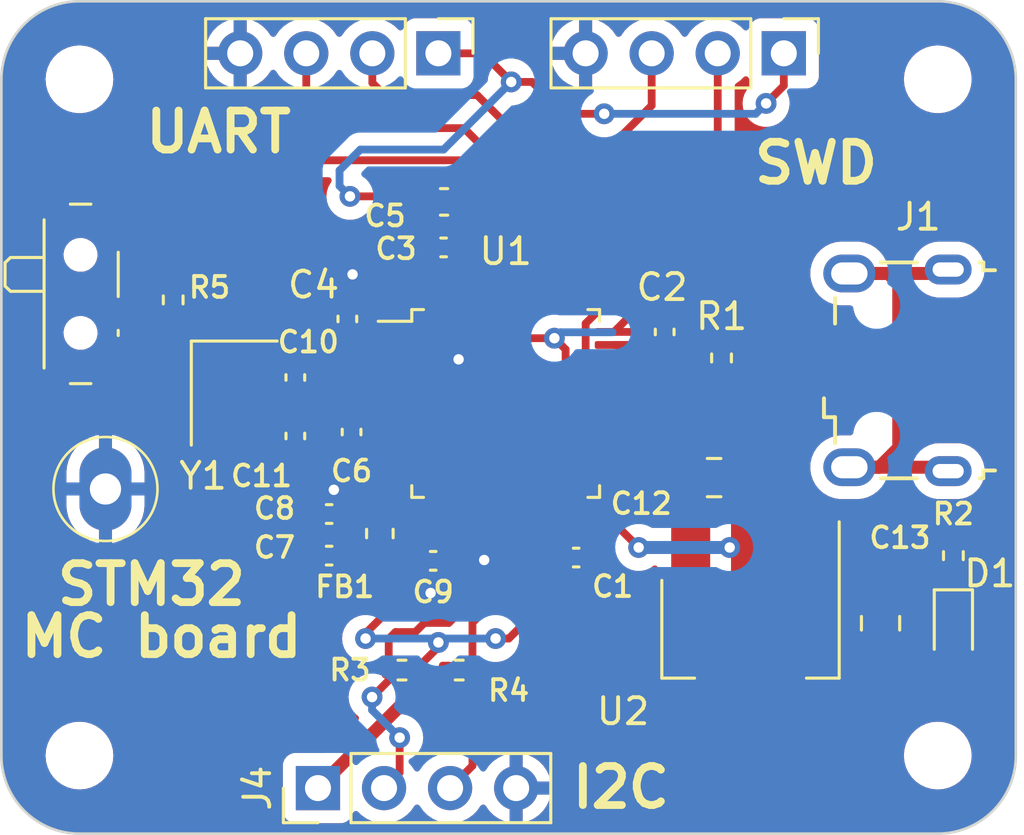
<source format=kicad_pcb>
(kicad_pcb (version 20221018) (generator pcbnew)
  (layers (0 "F.Cu" signal) (31 "B.Cu" signal) (34 "B.Paste" user) (35 "F.Paste" user) (36 "B.SilkS" user "B.Silkscreen") (37 "F.SilkS" user "F.Silkscreen") (38 "B.Mask" user) (39 "F.Mask" user) (44 "Edge.Cuts" user))
  (net 0 "")
  (net 1 "+3.3V")
  (net 2 "GND")
  (net 3 "+3.3VA")
  (net 4 "/NRST")
  (net 5 "Net-(U1-PD0)")
  (net 6 "Net-(U1-PD1)")
  (net 7 "VBUS")
  (net 8 "Net-(D1-K)")
  (net 9 "/USB_D-")
  (net 10 "/USB_D+")
  (net 12 "unconnected-(J1-Shield-Pad6)")
  (net 13 "/SWDIO")
  (net 14 "/SWCLK")
  (net 15 "/USART1_TX")
  (net 16 "/USART1_RX")
  (net 17 "/I2C2_SCL")
  (net 18 "/I2C2_SDA")
  (net 19 "Net-(SW1-B)")
  (net 20 "/BOOT0")
  (footprint "Resistor_SMD:R_0402_1005Metric" (layer "F.Cu") (at 163.6 103.8125 90)
    (fp_text reference "R2" (at 1.6 0 180) (layer "F.SilkS") (effects (font (size 0.8 0.8))))
    (fp_text value "1k5" hide)
    (fp_line (start -0.153641 -0.38) (end 0.153641 -0.38) (stroke (width 0.12)) (layer "F.SilkS"))
    (fp_line (start -0.153641 0.38) (end 0.153641 0.38) (stroke (width 0.12)) (layer "F.SilkS"))
    (pad "1" smd roundrect (at -0.51 0 90) (size 0.54 0.64) (layers "F.Cu" "F.Paste" "F.Mask") (net 8 "Net-(D1-K)"))
    (pad "2" smd roundrect (at 0.51 0 90) (size 0.54 0.64) (layers "F.Cu" "F.Paste" "F.Mask") (net 2 "GND"))
  )
  (footprint "Capacitor_SMD:C_0402_1005Metric" (layer "F.Cu") (at 138.3 96.9625 90)
    (fp_text reference "C10" (at 1.3625 0.5 180) (layer "F.SilkS") (effects (font (size 0.8 0.8))))
    (fp_text value "10pF" hide)
    (fp_line (start -0.107836 -0.36) (end 0.107836 -0.36) (stroke (width 0.12)) (layer "F.SilkS"))
    (fp_line (start -0.107836 0.36) (end 0.107836 0.36) (stroke (width 0.12)) (layer "F.SilkS"))
    (pad "1" smd roundrect (at -0.48 0 90) (size 0.56 0.62) (layers "F.Cu" "F.Paste" "F.Mask") (net 5 "Net-(U1-PD0)"))
    (pad "2" smd roundrect (at 0.48 0 90) (size 0.56 0.62) (layers "F.Cu" "F.Paste" "F.Mask") (net 2 "GND"))
  )
  (footprint "Connector_PinHeader_2.54mm:PinHeader_1x04_P2.54mm_Vertical" (layer "F.Cu") (at 139.17 112.75 90)
    (fp_text reference "J4" (at 0 -2.33 90) (layer "F.SilkS"))
    (fp_text value "Conn_01x04_Pin" hide)
    (fp_line (start -1.33 -1.33) (end 0 -1.33) (stroke (width 0.12)) (layer "F.SilkS"))
    (fp_line (start -1.33 0) (end -1.33 -1.33) (stroke (width 0.12)) (layer "F.SilkS"))
    (fp_line (start -1.33 1.27) (end -1.33 8.95) (stroke (width 0.12)) (layer "F.SilkS"))
    (fp_line (start -1.33 1.27) (end 1.33 1.27) (stroke (width 0.12)) (layer "F.SilkS"))
    (fp_line (start -1.33 8.95) (end 1.33 8.95) (stroke (width 0.12)) (layer "F.SilkS"))
    (fp_line (start 1.33 1.27) (end 1.33 8.95) (stroke (width 0.12)) (layer "F.SilkS"))
    (pad "1" thru_hole rect (at 0 0 90) (size 1.7 1.7) (drill 1) (layers "*.Cu" "*.Mask") (net 1 "+3.3V"))
    (pad "2" thru_hole oval (at 0 2.54 90) (size 1.7 1.7) (drill 1) (layers "*.Cu" "*.Mask") (net 17 "/I2C2_SCL"))
    (pad "3" thru_hole oval (at 0 5.08 90) (size 1.7 1.7) (drill 1) (layers "*.Cu" "*.Mask") (net 18 "/I2C2_SDA"))
    (pad "4" thru_hole oval (at 0 7.62 90) (size 1.7 1.7) (drill 1) (layers "*.Cu" "*.Mask") (net 2 "GND"))
  )
  (footprint "soldernail-RTML:Soldernail" (layer "F.Cu") (at 131 101.25)
    (fp_text reference "U3" hide)
    (fp_text value "~" hide)
    (fp_circle (center 0 0) (end 2 0) (stroke (width 0.1)) (fill none) (layer "F.SilkS"))
    (pad "1" thru_hole oval (at 0 0) (size 2 3.2) (drill 1.2) (layers "*.Cu" "*.Mask") (net 2 "GND"))
  )
  (footprint "LED_SMD:LED_0603_1608Metric" (layer "F.Cu") (at 163.6 106.6125 -90)
    (fp_text reference "D1" (at -2.1125 -1.4 -180) (layer "F.SilkS"))
    (fp_text value "LED_RED" hide)
    (fp_line (start -1.485 -0.735) (end -1.485 0.735) (stroke (width 0.12)) (layer "F.SilkS"))
    (fp_line (start -1.485 0.735) (end 0.8 0.735) (stroke (width 0.12)) (layer "F.SilkS"))
    (fp_line (start 0.8 -0.735) (end -1.485 -0.735) (stroke (width 0.12)) (layer "F.SilkS"))
    (pad "1" smd roundrect (at -0.7875 0 270) (size 0.875 0.95) (layers "F.Cu" "F.Paste" "F.Mask") (net 8 "Net-(D1-K)"))
    (pad "2" smd roundrect (at 0.7875 0 270) (size 0.875 0.95) (layers "F.Cu" "F.Paste" "F.Mask") (net 1 "+3.3V"))
  )
  (footprint "Capacitor_SMD:C_0402_1005Metric" (layer "F.Cu") (at 140.462 99.06 90)
    (fp_text reference "C6" (at -1.5 0 180) (layer "F.SilkS") (effects (font (size 0.8 0.8))))
    (fp_text value "10n" hide)
    (fp_line (start -0.107836 -0.36) (end 0.107836 -0.36) (stroke (width 0.12)) (layer "F.SilkS"))
    (fp_line (start -0.107836 0.36) (end 0.107836 0.36) (stroke (width 0.12)) (layer "F.SilkS"))
    (pad "1" smd roundrect (at -0.48 0 90) (size 0.56 0.62) (layers "F.Cu" "F.Paste" "F.Mask") (net 3 "+3.3VA"))
    (pad "2" smd roundrect (at 0.48 0 90) (size 0.56 0.62) (layers "F.Cu" "F.Paste" "F.Mask") (net 2 "GND"))
  )
  (footprint "Crystal:Crystal_SMD_3225-4Pin_3.2x2.5mm" (layer "F.Cu") (at 135.95 97.5625 -90)
    (fp_text reference "Y1" (at 3.1875 1.2 -180) (layer "F.SilkS"))
    (fp_text value "16MHz" hide)
    (fp_line (start -2 -1.65) (end -2 1.65) (stroke (width 0.12)) (layer "F.SilkS"))
    (fp_line (start -2 1.65) (end 2 1.65) (stroke (width 0.12)) (layer "F.SilkS"))
    (pad "1" smd rect (at -1.1 0.85 270) (size 1.4 1.2) (layers "F.Cu" "F.Paste" "F.Mask") (net 5 "Net-(U1-PD0)"))
    (pad "2" smd rect (at 1.1 0.85 270) (size 1.4 1.2) (layers "F.Cu" "F.Paste" "F.Mask") (net 2 "GND"))
    (pad "3" smd rect (at 1.1 -0.85 270) (size 1.4 1.2) (layers "F.Cu" "F.Paste" "F.Mask") (net 6 "Net-(U1-PD1)"))
    (pad "4" smd rect (at -1.1 -0.85 270) (size 1.4 1.2) (layers "F.Cu" "F.Paste" "F.Mask") (net 2 "GND"))
  )
  (footprint "Resistor_SMD:R_0402_1005Metric" (layer "F.Cu") (at 144.6 108.2125)
    (fp_text reference "R4" (at 1.9 0.7875) (layer "F.SilkS") (effects (font (size 0.8 0.8))))
    (fp_text value "1k5" hide)
    (fp_line (start -0.153641 -0.38) (end 0.153641 -0.38) (stroke (width 0.12)) (layer "F.SilkS"))
    (fp_line (start -0.153641 0.38) (end 0.153641 0.38) (stroke (width 0.12)) (layer "F.SilkS"))
    (pad "1" smd roundrect (at -0.51 0) (size 0.54 0.64) (layers "F.Cu" "F.Paste" "F.Mask") (net 1 "+3.3V"))
    (pad "2" smd roundrect (at 0.51 0) (size 0.54 0.64) (layers "F.Cu" "F.Paste" "F.Mask") (net 18 "/I2C2_SDA"))
  )
  (footprint "Capacitor_SMD:C_0402_1005Metric" (layer "F.Cu") (at 149.098 103.886 180)
    (fp_text reference "C1" (at -1.402 -1.114) (layer "F.SilkS") (effects (font (size 0.8 0.8))))
    (fp_text value "100nF" hide)
    (fp_line (start -0.107836 -0.36) (end 0.107836 -0.36) (stroke (width 0.12)) (layer "F.SilkS"))
    (fp_line (start -0.107836 0.36) (end 0.107836 0.36) (stroke (width 0.12)) (layer "F.SilkS"))
    (pad "1" smd roundrect (at -0.48 0 180) (size 0.56 0.62) (layers "F.Cu" "F.Paste" "F.Mask") (net 1 "+3.3V"))
    (pad "2" smd roundrect (at 0.48 0 180) (size 0.56 0.62) (layers "F.Cu" "F.Paste" "F.Mask") (net 2 "GND"))
  )
  (footprint "Capacitor_SMD:C_0402_1005Metric" (layer "F.Cu") (at 139.6 103.8125 180)
    (fp_text reference "C7" (at 2.1 0.3125) (layer "F.SilkS") (effects (font (size 0.8 0.8))))
    (fp_text value "1uF" hide)
    (fp_line (start -0.107836 -0.36) (end 0.107836 -0.36) (stroke (width 0.12)) (layer "F.SilkS"))
    (fp_line (start -0.107836 0.36) (end 0.107836 0.36) (stroke (width 0.12)) (layer "F.SilkS"))
    (pad "1" smd roundrect (at -0.48 0 180) (size 0.56 0.62) (layers "F.Cu" "F.Paste" "F.Mask") (net 3 "+3.3VA"))
    (pad "2" smd roundrect (at 0.48 0 180) (size 0.56 0.62) (layers "F.Cu" "F.Paste" "F.Mask") (net 2 "GND"))
  )
  (footprint "Resistor_SMD:R_0402_1005Metric" (layer "F.Cu") (at 133.604 93.98 90)
    (fp_text reference "R5" (at 0.48 1.396 180) (layer "F.SilkS") (effects (font (size 0.8 0.8))))
    (fp_text value "10k" hide)
    (fp_line (start -0.153641 -0.38) (end 0.153641 -0.38) (stroke (width 0.12)) (layer "F.SilkS"))
    (fp_line (start -0.153641 0.38) (end 0.153641 0.38) (stroke (width 0.12)) (layer "F.SilkS"))
    (pad "1" smd roundrect (at -0.51 0 90) (size 0.54 0.64) (layers "F.Cu" "F.Paste" "F.Mask") (net 19 "Net-(SW1-B)"))
    (pad "2" smd roundrect (at 0.51 0 90) (size 0.54 0.64) (layers "F.Cu" "F.Paste" "F.Mask") (net 20 "/BOOT0"))
  )
  (footprint "MountingHole:MountingHole_2.2mm_M2" (layer "F.Cu") (at 163 111.5)
    (fp_text reference "REF**" hide)
    (fp_text value "MountingHole_2.2mm_M2" hide)
    (pad "" np_thru_hole circle (at 0 0) (size 2.2 2.2) (drill 2.2) (layers "*.Cu" "*.Mask"))
  )
  (footprint "MountingHole:MountingHole_2.2mm_M2" (layer "F.Cu") (at 130 111.5)
    (fp_text reference "REF**" hide)
    (fp_text value "MountingHole_2.2mm_M2" hide)
    (pad "" np_thru_hole circle (at 0 0) (size 2.2 2.2) (drill 2.2) (layers "*.Cu" "*.Mask"))
  )
  (footprint "Button_Switch_SMD:SW_SPDT_PCM12" (layer "F.Cu") (at 130.37 93.75 -90)
    (fp_text reference "SW1" hide)
    (fp_text value "SW_SPDT" hide)
    (fp_line (start -3.45 -0.07) (end -3.45 0.72) (stroke (width 0.12)) (layer "F.SilkS"))
    (fp_line (start -2.85 1.73) (end 2.85 1.73) (stroke (width 0.12)) (layer "F.SilkS"))
    (fp_line (start -1.6 -1.12) (end 0.1 -1.12) (stroke (width 0.12)) (layer "F.SilkS"))
    (fp_line (start -1.4 1.73) (end -1.4 3.02) (stroke (width 0.12)) (layer "F.SilkS"))
    (fp_line (start -1.4 3.02) (end -1.2 3.23) (stroke (width 0.12)) (layer "F.SilkS"))
    (fp_line (start -1.2 3.23) (end -0.3 3.23) (stroke (width 0.12)) (layer "F.SilkS"))
    (fp_line (start -0.1 3.02) (end -0.3 3.23) (stroke (width 0.12)) (layer "F.SilkS"))
    (fp_line (start -0.1 3.02) (end -0.1 1.73) (stroke (width 0.12)) (layer "F.SilkS"))
    (fp_line (start 1.4 -1.12) (end 1.6 -1.12) (stroke (width 0.12)) (layer "F.SilkS"))
    (fp_line (start 3.45 0.72) (end 3.45 -0.07) (stroke (width 0.12)) (layer "F.SilkS"))
    (pad "" smd rect (at -3.65 -0.78 270) (size 1 0.8) (layers "F.Cu" "F.Paste" "F.Mask"))
    (pad "" smd rect (at -3.65 1.43 270) (size 1 0.8) (layers "F.Cu" "F.Paste" "F.Mask"))
    (pad "" np_thru_hole circle (at -1.5 0.33 270) (size 0.9 0.9) (drill 0.9) (layers "*.Cu" "*.Mask"))
    (pad "" np_thru_hole circle (at 1.5 0.33 270) (size 0.9 0.9) (drill 0.9) (layers "*.Cu" "*.Mask"))
    (pad "" smd rect (at 3.65 -0.78 270) (size 1 0.8) (layers "F.Cu" "F.Paste" "F.Mask"))
    (pad "" smd rect (at 3.65 1.43 270) (size 1 0.8) (layers "F.Cu" "F.Paste" "F.Mask"))
    (pad "1" smd rect (at -2.25 -1.43 270) (size 0.7 1.5) (layers "F.Cu" "F.Paste" "F.Mask") (net 2 "GND"))
    (pad "2" smd rect (at 0.75 -1.43 270) (size 0.7 1.5) (layers "F.Cu" "F.Paste" "F.Mask") (net 19 "Net-(SW1-B)"))
    (pad "3" smd rect (at 2.25 -1.43 270) (size 0.7 1.5) (layers "F.Cu" "F.Paste" "F.Mask") (net 1 "+3.3V"))
  )
  (footprint "Capacitor_SMD:C_0402_1005Metric" (layer "F.Cu") (at 152.5 95.2125 -90)
    (fp_text reference "C2" (at -1.72 0.1 -180) (layer "F.SilkS"))
    (fp_text value "100nF" hide)
    (fp_line (start -0.107836 -0.36) (end 0.107836 -0.36) (stroke (width 0.12)) (layer "F.SilkS"))
    (fp_line (start -0.107836 0.36) (end 0.107836 0.36) (stroke (width 0.12)) (layer "F.SilkS"))
    (pad "1" smd roundrect (at -0.48 0 270) (size 0.56 0.62) (layers "F.Cu" "F.Paste" "F.Mask") (net 1 "+3.3V"))
    (pad "2" smd roundrect (at 0.48 0 270) (size 0.56 0.62) (layers "F.Cu" "F.Paste" "F.Mask") (net 2 "GND"))
  )
  (footprint "Capacitor_SMD:C_0603_1608Metric" (layer "F.Cu") (at 144.018 90.2125)
    (fp_text reference "C5" (at -2.268 0.5375) (layer "F.SilkS") (effects (font (size 0.8 0.8))))
    (fp_text value "10uF" hide)
    (fp_line (start -0.14058 -0.51) (end 0.14058 -0.51) (stroke (width 0.12)) (layer "F.SilkS"))
    (fp_line (start -0.14058 0.51) (end 0.14058 0.51) (stroke (width 0.12)) (layer "F.SilkS"))
    (pad "1" smd roundrect (at -0.775 0) (size 0.9 0.95) (layers "F.Cu" "F.Paste" "F.Mask") (net 1 "+3.3V"))
    (pad "2" smd roundrect (at 0.775 0) (size 0.9 0.95) (layers "F.Cu" "F.Paste" "F.Mask") (net 2 "GND"))
  )
  (footprint "Package_QFP:LQFP-48_7x7mm_P0.5mm" (layer "F.Cu") (at 146.3875 97.9625)
    (fp_text reference "U1" (at 0 -5.85) (layer "F.SilkS"))
    (fp_text value "STM32F103C8T6" hide)
    (fp_line (start -3.61 -3.61) (end -3.61 -3.16) (stroke (width 0.12)) (layer "F.SilkS"))
    (fp_line (start -3.61 -3.16) (end -4.9 -3.16) (stroke (width 0.12)) (layer "F.SilkS"))
    (fp_line (start -3.61 3.61) (end -3.61 3.16) (stroke (width 0.12)) (layer "F.SilkS"))
    (fp_line (start -3.16 -3.61) (end -3.61 -3.61) (stroke (width 0.12)) (layer "F.SilkS"))
    (fp_line (start -3.16 3.61) (end -3.61 3.61) (stroke (width 0.12)) (layer "F.SilkS"))
    (fp_line (start 3.16 -3.61) (end 3.61 -3.61) (stroke (width 0.12)) (layer "F.SilkS"))
    (fp_line (start 3.16 3.61) (end 3.61 3.61) (stroke (width 0.12)) (layer "F.SilkS"))
    (fp_line (start 3.61 -3.61) (end 3.61 -3.16) (stroke (width 0.12)) (layer "F.SilkS"))
    (fp_line (start 3.61 3.61) (end 3.61 3.16) (stroke (width 0.12)) (layer "F.SilkS"))
    (pad "1" smd roundrect (at -4.1625 -2.75) (size 1.475 0.3) (layers "F.Cu" "F.Paste" "F.Mask") (net 1 "+3.3V"))
    (pad "2" smd roundrect (at -4.1625 -2.25) (size 1.475 0.3) (layers "F.Cu" "F.Paste" "F.Mask"))
    (pad "3" smd roundrect (at -4.1625 -1.75) (size 1.475 0.3) (layers "F.Cu" "F.Paste" "F.Mask"))
    (pad "4" smd roundrect (at -4.1625 -1.25) (size 1.475 0.3) (layers "F.Cu" "F.Paste" "F.Mask"))
    (pad "5" smd roundrect (at -4.1625 -0.75) (size 1.475 0.3) (layers "F.Cu" "F.Paste" "F.Mask") (net 5 "Net-(U1-PD0)"))
    (pad "6" smd roundrect (at -4.1625 -0.25) (size 1.475 0.3) (layers "F.Cu" "F.Paste" "F.Mask") (net 6 "Net-(U1-PD1)"))
    (pad "7" smd roundrect (at -4.1625 0.25) (size 1.475 0.3) (layers "F.Cu" "F.Paste" "F.Mask") (net 4 "/NRST"))
    (pad "8" smd roundrect (at -4.1625 0.75) (size 1.475 0.3) (layers "F.Cu" "F.Paste" "F.Mask") (net 2 "GND"))
    (pad "9" smd roundrect (at -4.1625 1.25) (size 1.475 0.3) (layers "F.Cu" "F.Paste" "F.Mask") (net 3 "+3.3VA"))
    (pad "10" smd roundrect (at -4.1625 1.75) (size 1.475 0.3) (layers "F.Cu" "F.Paste" "F.Mask"))
    (pad "11" smd roundrect (at -4.1625 2.25) (size 1.475 0.3) (layers "F.Cu" "F.Paste" "F.Mask"))
    (pad "12" smd roundrect (at -4.1625 2.75) (size 1.475 0.3) (layers "F.Cu" "F.Paste" "F.Mask"))
    (pad "13" smd roundrect (at -2.75 4.1625) (size 0.3 1.475) (layers "F.Cu" "F.Paste" "F.Mask"))
    (pad "14" smd roundrect (at -2.25 4.1625) (size 0.3 1.475) (layers "F.Cu" "F.Paste" "F.Mask"))
    (pad "15" smd roundrect (at -1.75 4.1625) (size 0.3 1.475) (layers "F.Cu" "F.Paste" "F.Mask"))
    (pad "16" smd roundrect (at -1.25 4.1625) (size 0.3 1.475) (layers "F.Cu" "F.Paste" "F.Mask"))
    (pad "17" smd roundrect (at -0.75 4.1625) (size 0.3 1.475) (layers "F.Cu" "F.Paste" "F.Mask"))
    (pad "18" smd roundrect (at -0.25 4.1625) (size 0.3 1.475) (layers "F.Cu" "F.Paste" "F.Mask"))
    (pad "19" smd roundrect (at 0.25 4.1625) (size 0.3 1.475) (layers "F.Cu" "F.Paste" "F.Mask"))
    (pad "20" smd roundrect (at 0.75 4.1625) (size 0.3 1.475) (layers "F.Cu" "F.Paste" "F.Mask"))
    (pad "21" smd roundrect (at 1.25 4.1625) (size 0.3 1.475) (layers "F.Cu" "F.Paste" "F.Mask") (net 17 "/I2C2_SCL"))
    (pad "22" smd roundrect (at 1.75 4.1625) (size 0.3 1.475) (layers "F.Cu" "F.Paste" "F.Mask") (net 18 "/I2C2_SDA"))
    (pad "23" smd roundrect (at 2.25 4.1625) (size 0.3 1.475) (layers "F.Cu" "F.Paste" "F.Mask") (net 2 "GND"))
    (pad "24" smd roundrect (at 2.75 4.1625) (size 0.3 1.475) (layers "F.Cu" "F.Paste" "F.Mask") (net 1 "+3.3V"))
    (pad "25" smd roundrect (at 4.1625 2.75) (size 1.475 0.3) (layers "F.Cu" "F.Paste" "F.Mask"))
    (pad "26" smd roundrect (at 4.1625 2.25) (size 1.475 0.3) (layers "F.Cu" "F.Paste" "F.Mask"))
    (pad "27" smd roundrect (at 4.1625 1.75) (size 1.475 0.3) (layers "F.Cu" "F.Paste" "F.Mask"))
    (pad "28" smd roundrect (at 4.1625 1.25) (size 1.475 0.3) (layers "F.Cu" "F.Paste" "F.Mask"))
    (pad "29" smd roundrect (at 4.1625 0.75) (size 1.475 0.3) (layers "F.Cu" "F.Paste" "F.Mask"))
    (pad "30" smd roundrect (at 4.1625 0.25) (size 1.475 0.3) (layers "F.Cu" "F.Paste" "F.Mask"))
    (pad "31" smd roundrect (at 4.1625 -0.25) (size 1.475 0.3) (layers "F.Cu" "F.Paste" "F.Mask"))
    (pad "32" smd roundrect (at 4.1625 -0.75) (size 1.475 0.3) (layers "F.Cu" "F.Paste" "F.Mask") (net 9 "/USB_D-"))
    (pad "33" smd roundrect (at 4.1625 -1.25) (size 1.475 0.3) (layers "F.Cu" "F.Paste" "F.Mask") (net 10 "/USB_D+"))
    (pad "34" smd roundrect (at 4.1625 -1.75) (size 1.475 0.3) (layers "F.Cu" "F.Paste" "F.Mask") (net 13 "/SWDIO"))
    (pad "35" smd roundrect (at 4.1625 -2.25) (size 1.475 0.3) (layers "F.Cu" "F.Paste" "F.Mask") (net 2 "GND"))
    (pad "36" smd roundrect (at 4.1625 -2.75) (size 1.475 0.3) (layers "F.Cu" "F.Paste" "F.Mask") (net 1 "+3.3V"))
    (pad "37" smd roundrect (at 2.75 -4.1625) (size 0.3 1.475) (layers "F.Cu" "F.Paste" "F.Mask") (net 14 "/SWCLK"))
    (pad "38" smd roundrect (at 2.25 -4.1625) (size 0.3 1.475) (layers "F.Cu" "F.Paste" "F.Mask"))
    (pad "39" smd roundrect (at 1.75 -4.1625) (size 0.3 1.475) (layers "F.Cu" "F.Paste" "F.Mask"))
    (pad "40" smd roundrect (at 1.25 -4.1625) (size 0.3 1.475) (layers "F.Cu" "F.Paste" "F.Mask"))
    (pad "41" smd roundrect (at 0.75 -4.1625) (size 0.3 1.475) (layers "F.Cu" "F.Paste" "F.Mask"))
    (pad "42" smd roundrect (at 0.25 -4.1625) (size 0.3 1.475) (layers "F.Cu" "F.Paste" "F.Mask") (net 15 "/USART1_TX"))
    (pad "43" smd roundrect (at -0.25 -4.1625) (size 0.3 1.475) (layers "F.Cu" "F.Paste" "F.Mask") (net 16 "/USART1_RX"))
    (pad "44" smd roundrect (at -0.75 -4.1625) (size 0.3 1.475) (layers "F.Cu" "F.Paste" "F.Mask") (net 20 "/BOOT0"))
    (pad "45" smd roundrect (at -1.25 -4.1625) (size 0.3 1.475) (layers "F.Cu" "F.Paste" "F.Mask"))
    (pad "46" smd roundrect (at -1.75 -4.1625) (size 0.3 1.475) (layers "F.Cu" "F.Paste" "F.Mask"))
    (pad "47" smd roundrect (at -2.25 -4.1625) (size 0.3 1.475) (layers "F.Cu" "F.Paste" "F.Mask") (net 2 "GND"))
    (pad "48" smd roundrect (at -2.75 -4.1625) (size 0.3 1.475) (layers "F.Cu" "F.Paste" "F.Mask") (net 1 "+3.3V"))
  )
  (footprint "Resistor_SMD:R_0402_1005Metric" (layer "F.Cu") (at 154.686 96.2125 -90)
    (fp_text reference "R1" (at -1.6 0 -180) (layer "F.SilkS"))
    (fp_text value "1K5" hide)
    (fp_line (start -0.153641 -0.38) (end 0.153641 -0.38) (stroke (width 0.12)) (layer "F.SilkS"))
    (fp_line (start -0.153641 0.38) (end 0.153641 0.38) (stroke (width 0.12)) (layer "F.SilkS"))
    (pad "1" smd roundrect (at -0.51 0 270) (size 0.54 0.64) (layers "F.Cu" "F.Paste" "F.Mask") (net 1 "+3.3V"))
    (pad "2" smd roundrect (at 0.51 0 270) (size 0.54 0.64) (layers "F.Cu" "F.Paste" "F.Mask") (net 10 "/USB_D+"))
  )
  (footprint "Capacitor_SMD:C_0402_1005Metric" (layer "F.Cu") (at 140.3 94.7125 90)
    (fp_text reference "C4" (at 1.3125 -1.3) (layer "F.SilkS"))
    (fp_text value "100nF" hide)
    (fp_line (start -0.107836 -0.36) (end 0.107836 -0.36) (stroke (width 0.12)) (layer "F.SilkS"))
    (fp_line (start -0.107836 0.36) (end 0.107836 0.36) (stroke (width 0.12)) (layer "F.SilkS"))
    (pad "1" smd roundrect (at -0.48 0 90) (size 0.56 0.62) (layers "F.Cu" "F.Paste" "F.Mask") (net 1 "+3.3V"))
    (pad "2" smd roundrect (at 0.48 0 90) (size 0.56 0.62) (layers "F.Cu" "F.Paste" "F.Mask") (net 2 "GND"))
  )
  (footprint "Connector_USB:USB_Micro-B_Wuerth_629105150521" (layer "F.Cu") (at 161.45 96.689 90)
    (fp_text reference "J1" (at 5.9 0.8 180) (layer "F.SilkS"))
    (fp_text value "USB_B_Micro" hide)
    (fp_line (start -4.15 -0.65) (end -4.15 0.75) (stroke (width 0.15)) (layer "F.SilkS"))
    (fp_line (start -4.15 3.15) (end -4.15 3.3) (stroke (width 0.15)) (layer "F.SilkS"))
    (fp_line (start -4.15 3.3) (end -3.85 3.3) (stroke (width 0.15)) (layer "F.SilkS"))
    (fp_line (start -3.85 3.3) (end -3.85 3.75) (stroke (width 0.15)) (layer "F.SilkS"))
    (fp_line (start -1.8 -2.825) (end -1.8 -2.4) (stroke (width 0.15)) (layer "F.SilkS"))
    (fp_line (start -1.8 -2.4) (end -2.8 -2.4) (stroke (width 0.15)) (layer "F.SilkS"))
    (fp_line (start -1.075 -2.825) (end -1.8 -2.825) (stroke (width 0.15)) (layer "F.SilkS"))
    (fp_line (start 1.8 -2.4) (end 2.8 -2.4) (stroke (width 0.15)) (layer "F.SilkS"))
    (fp_line (start 3.85 3.3) (end 4.15 3.3) (stroke (width 0.15)) (layer "F.SilkS"))
    (fp_line (start 3.85 3.75) (end 3.85 3.3) (stroke (width 0.15)) (layer "F.SilkS"))
    (fp_line (start 4.15 0.75) (end 4.15 -0.65) (stroke (width 0.15)) (layer "F.SilkS"))
    (fp_line (start 4.15 3.3) (end 4.15 3.15) (stroke (width 0.15)) (layer "F.SilkS"))
    (pad "" np_thru_hole oval (at -2.5 -0.8 90) (size 0.8 0.8) (drill 0.8) (layers "*.Cu" "*.Mask"))
    (pad "" np_thru_hole oval (at 2.5 -0.8 90) (size 0.8 0.8) (drill 0.8) (layers "*.Cu" "*.Mask"))
    (pad "1" smd rect (at -1.3 -1.9 90) (size 0.45 1.3) (layers "F.Cu" "F.Paste" "F.Mask") (net 7 "VBUS"))
    (pad "2" smd rect (at -0.65 -1.9 90) (size 0.45 1.3) (layers "F.Cu" "F.Paste" "F.Mask") (net 9 "/USB_D-"))
    (pad "3" smd rect (at 0 -1.9 90) (size 0.45 1.3) (layers "F.Cu" "F.Paste" "F.Mask") (net 10 "/USB_D+"))
    (pad "4" smd rect (at 0.65 -1.9 90) (size 0.45 1.3) (layers "F.Cu" "F.Paste" "F.Mask"))
    (pad "5" smd rect (at 1.3 -1.9 90) (size 0.45 1.3) (layers "F.Cu" "F.Paste" "F.Mask") (net 2 "GND"))
    (pad "6" thru_hole oval (at -3.875 1.95 90) (size 1.15 1.8) (drill oval 0.55 1.2) (layers "*.Cu" "*.Mask") (net 12 "unconnected-(J1-Shield-Pad6)"))
    (pad "6" thru_hole oval (at -3.725 -1.85 90) (size 1.45 2) (drill oval 0.85 1.4) (layers "*.Cu" "*.Mask") (net 12 "unconnected-(J1-Shield-Pad6)"))
    (pad "6" thru_hole oval (at 3.725 -1.85 90) (size 1.45 2) (drill oval 0.85 1.4) (layers "*.Cu" "*.Mask") (net 12 "unconnected-(J1-Shield-Pad6)"))
    (pad "6" thru_hole oval (at 3.875 1.95 90) (size 1.15 1.8) (drill oval 0.55 1.2) (layers "*.Cu" "*.Mask") (net 12 "unconnected-(J1-Shield-Pad6)"))
  )
  (footprint "MountingHole:MountingHole_2.2mm_M2" (layer "F.Cu") (at 130 85.5)
    (fp_text reference "REF**" hide)
    (fp_text value "MountingHole_2.2mm_M2" hide)
    (pad "" np_thru_hole circle (at 0 0) (size 2.2 2.2) (drill 2.2) (layers "*.Cu" "*.Mask"))
  )
  (footprint "Capacitor_SMD:C_0402_1005Metric" (layer "F.Cu") (at 139.6 102.2125 180)
    (fp_text reference "C8" (at 2.1 0.2125) (layer "F.SilkS") (effects (font (size 0.8 0.8))))
    (fp_text value "C_Small" hide)
    (fp_line (start -0.107836 -0.36) (end 0.107836 -0.36) (stroke (width 0.12)) (layer "F.SilkS"))
    (fp_line (start -0.107836 0.36) (end 0.107836 0.36) (stroke (width 0.12)) (layer "F.SilkS"))
    (pad "1" smd roundrect (at -0.48 0 180) (size 0.56 0.62) (layers "F.Cu" "F.Paste" "F.Mask") (net 1 "+3.3V"))
    (pad "2" smd roundrect (at 0.48 0 180) (size 0.56 0.62) (layers "F.Cu" "F.Paste" "F.Mask") (net 2 "GND"))
  )
  (footprint "MountingHole:MountingHole_2.2mm_M2" (layer "F.Cu") (at 163 85.5)
    (fp_text reference "REF**" hide)
    (fp_text value "MountingHole_2.2mm_M2" hide)
    (pad "" np_thru_hole circle (at 0 0) (size 2.2 2.2) (drill 2.2) (layers "*.Cu" "*.Mask"))
  )
  (footprint "Inductor_SMD:L_0603_1608Metric" (layer "F.Cu") (at 141.55 102.9625 90)
    (fp_text reference "FB1" (at -2.05 -1.35 180) (layer "F.SilkS") (effects (font (size 0.8 0.8))))
    (fp_text value "120R" hide)
    (fp_line (start -0.162779 -0.51) (end 0.162779 -0.51) (stroke (width 0.12)) (layer "F.SilkS"))
    (fp_line (start -0.162779 0.51) (end 0.162779 0.51) (stroke (width 0.12)) (layer "F.SilkS"))
    (pad "1" smd roundrect (at -0.7875 0 90) (size 0.875 0.95) (layers "F.Cu" "F.Paste" "F.Mask") (net 3 "+3.3VA"))
    (pad "2" smd roundrect (at 0.7875 0 90) (size 0.875 0.95) (layers "F.Cu" "F.Paste" "F.Mask") (net 1 "+3.3V"))
  )
  (footprint "Connector_PinHeader_2.54mm:PinHeader_1x04_P2.54mm_Vertical" (layer "F.Cu") (at 157.08 84.5 -90)
    (fp_text reference "J2" hide)
    (fp_text value "Conn_01x04_Pin" hide)
    (fp_line (start -1.33 -1.33) (end 0 -1.33) (stroke (width 0.12)) (layer "F.SilkS"))
    (fp_line (start -1.33 0) (end -1.33 -1.33) (stroke (width 0.12)) (layer "F.SilkS"))
    (fp_line (start -1.33 1.27) (end -1.33 8.95) (stroke (width 0.12)) (layer "F.SilkS"))
    (fp_line (start -1.33 1.27) (end 1.33 1.27) (stroke (width 0.12)) (layer "F.SilkS"))
    (fp_line (start -1.33 8.95) (end 1.33 8.95) (stroke (width 0.12)) (layer "F.SilkS"))
    (fp_line (start 1.33 1.27) (end 1.33 8.95) (stroke (width 0.12)) (layer "F.SilkS"))
    (pad "1" thru_hole rect (at 0 0 270) (size 1.7 1.7) (drill 1) (layers "*.Cu" "*.Mask") (net 1 "+3.3V"))
    (pad "2" thru_hole oval (at 0 2.54 270) (size 1.7 1.7) (drill 1) (layers "*.Cu" "*.Mask") (net 13 "/SWDIO"))
    (pad "3" thru_hole oval (at 0 5.08 270) (size 1.7 1.7) (drill 1) (layers "*.Cu" "*.Mask") (net 14 "/SWCLK"))
    (pad "4" thru_hole oval (at 0 7.62 270) (size 1.7 1.7) (drill 1) (layers "*.Cu" "*.Mask") (net 2 "GND"))
  )
  (footprint "Capacitor_SMD:C_0402_1005Metric" (layer "F.Cu") (at 144 91.9625)
    (fp_text reference "C3" (at -1.83 0.05) (layer "F.SilkS") (effects (font (size 0.8 0.8))))
    (fp_text value "100nF" hide)
    (fp_line (start -0.107836 -0.36) (end 0.107836 -0.36) (stroke (width 0.12)) (layer "F.SilkS"))
    (fp_line (start -0.107836 0.36) (end 0.107836 0.36) (stroke (width 0.12)) (layer "F.SilkS"))
    (pad "1" smd roundrect (at -0.48 0) (size 0.56 0.62) (layers "F.Cu" "F.Paste" "F.Mask") (net 1 "+3.3V"))
    (pad "2" smd roundrect (at 0.48 0) (size 0.56 0.62) (layers "F.Cu" "F.Paste" "F.Mask") (net 2 "GND"))
  )
  (footprint "Resistor_SMD:R_0402_1005Metric" (layer "F.Cu") (at 142.4 108.2125 180)
    (fp_text reference "R3" (at 2 0) (layer "F.SilkS") (effects (font (size 0.8 0.8))))
    (fp_text value "1k5" hide)
    (fp_line (start -0.153641 -0.38) (end 0.153641 -0.38) (stroke (width 0.12)) (layer "F.SilkS"))
    (fp_line (start -0.153641 0.38) (end 0.153641 0.38) (stroke (width 0.12)) (layer "F.SilkS"))
    (pad "1" smd roundrect (at -0.51 0 180) (size 0.54 0.64) (layers "F.Cu" "F.Paste" "F.Mask") (net 1 "+3.3V"))
    (pad "2" smd roundrect (at 0.51 0 180) (size 0.54 0.64) (layers "F.Cu" "F.Paste" "F.Mask") (net 17 "/I2C2_SCL"))
  )
  (footprint "Capacitor_SMD:C_0805_2012Metric" (layer "F.Cu") (at 154.4 100.8125)
    (fp_text reference "C12" (at -2.8 1) (layer "F.SilkS") (effects (font (size 0.8 0.8))))
    (fp_text value "22uF" hide)
    (fp_line (start -0.261252 -0.735) (end 0.261252 -0.735) (stroke (width 0.12)) (layer "F.SilkS"))
    (fp_line (start -0.261252 0.735) (end 0.261252 0.735) (stroke (width 0.12)) (layer "F.SilkS"))
    (pad "1" smd roundrect (at -0.95 0) (size 1 1.45) (layers "F.Cu" "F.Paste" "F.Mask") (net 7 "VBUS"))
    (pad "2" smd roundrect (at 0.95 0) (size 1 1.45) (layers "F.Cu" "F.Paste" "F.Mask") (net 2 "GND"))
  )
  (footprint "Package_TO_SOT_SMD:SOT-223-3_TabPin2" (layer "F.Cu") (at 155.8 106.6125 -90)
    (fp_text reference "U2" (at 3.1875 4.9 -180) (layer "F.SilkS"))
    (fp_text value "AMS1117-3.3" hide)
    (fp_line (start -4.1 -3.41) (end 1.91 -3.41) (stroke (width 0.12)) (layer "F.SilkS"))
    (fp_line (start -1.85 3.41) (end 1.91 3.41) (stroke (width 0.12)) (layer "F.SilkS"))
    (fp_line (start 1.91 -3.41) (end 1.91 -2.15) (stroke (width 0.12)) (layer "F.SilkS"))
    (fp_line (start 1.91 3.41) (end 1.91 2.15) (stroke (width 0.12)) (layer "F.SilkS"))
    (pad "1" smd rect (at -3.15 -2.3 270) (size 2 1.5) (layers "F.Cu" "F.Paste" "F.Mask") (net 2 "GND"))
    (pad "2" smd rect (at -3.15 0 270) (size 2 1.5) (layers "F.Cu" "F.Paste" "F.Mask") (net 1 "+3.3V"))
    (pad "2" smd rect (at 3.15 0 270) (size 2 3.8) (layers "F.Cu" "F.Paste" "F.Mask") (net 1 "+3.3V"))
    (pad "3" smd rect (at -3.15 2.3 270) (size 2 1.5) (layers "F.Cu" "F.Paste" "F.Mask") (net 7 "VBUS"))
  )
  (footprint "Capacitor_SMD:C_0805_2012Metric" (layer "F.Cu") (at 160.8 106.4125 90)
    (fp_text reference "C13" (at 3.2885 0.744 180) (layer "F.SilkS") (effects (font (size 0.8 0.8))))
    (fp_text value "22uF" hide)
    (fp_line (start -0.261252 -0.735) (end 0.261252 -0.735) (stroke (width 0.12)) (layer "F.SilkS"))
    (fp_line (start -0.261252 0.735) (end 0.261252 0.735) (stroke (width 0.12)) (layer "F.SilkS"))
    (pad "1" smd roundrect (at -0.95 0 90) (size 1 1.45) (layers "F.Cu" "F.Paste" "F.Mask") (net 1 "+3.3V"))
    (pad "2" smd roundrect (at 0.95 0 90) (size 1 1.45) (layers "F.Cu" "F.Paste" "F.Mask") (net 2 "GND"))
  )
  (footprint "Capacitor_SMD:C_0402_1005Metric" (layer "F.Cu") (at 143.6 104.0125)
    (fp_text reference "C9" (at 0 1.2) (layer "F.SilkS") (effects (font (size 0.8 0.8))))
    (fp_text value "100nF" hide)
    (fp_line (start -0.107836 -0.36) (end 0.107836 -0.36) (stroke (width 0.12)) (layer "F.SilkS"))
    (fp_line (start -0.107836 0.36) (end 0.107836 0.36) (stroke (width 0.12)) (layer "F.SilkS"))
    (pad "1" smd roundrect (at -0.48 0) (size 0.56 0.62) (layers "F.Cu" "F.Paste" "F.Mask") (net 4 "/NRST"))
    (pad "2" smd roundrect (at 0.48 0) (size 0.56 0.62) (layers "F.Cu" "F.Paste" "F.Mask") (net 2 "GND"))
  )
  (footprint "Capacitor_SMD:C_0402_1005Metric" (layer "F.Cu") (at 138.3 99.2125 -90)
    (fp_text reference "C11" (at 1.5375 1.3 180) (layer "F.SilkS") (effects (font (size 0.8 0.8))))
    (fp_text value "10pF" hide)
    (fp_line (start -0.107836 -0.36) (end 0.107836 -0.36) (stroke (width 0.12)) (layer "F.SilkS"))
    (fp_line (start -0.107836 0.36) (end 0.107836 0.36) (stroke (width 0.12)) (layer "F.SilkS"))
    (pad "1" smd roundrect (at -0.48 0 270) (size 0.56 0.62) (layers "F.Cu" "F.Paste" "F.Mask") (net 6 "Net-(U1-PD1)"))
    (pad "2" smd roundrect (at 0.48 0 270) (size 0.56 0.62) (layers "F.Cu" "F.Paste" "F.Mask") (net 2 "GND"))
  )
  (footprint "Connector_PinHeader_2.54mm:PinHeader_1x04_P2.54mm_Vertical" (layer "F.Cu") (at 143.8 84.5 -90)
    (fp_text reference "J3" hide)
    (fp_text value "Conn_01x04_Pin" hide)
    (fp_line (start -1.33 -1.33) (end 0 -1.33) (stroke (width 0.12)) (layer "F.SilkS"))
    (fp_line (start -1.33 0) (end -1.33 -1.33) (stroke (width 0.12)) (layer "F.SilkS"))
    (fp_line (start -1.33 1.27) (end -1.33 8.95) (stroke (width 0.12)) (layer "F.SilkS"))
    (fp_line (start -1.33 1.27) (end 1.33 1.27) (stroke (width 0.12)) (layer "F.SilkS"))
    (fp_line (start -1.33 8.95) (end 1.33 8.95) (stroke (width 0.12)) (layer "F.SilkS"))
    (fp_line (start 1.33 1.27) (end 1.33 8.95) (stroke (width 0.12)) (layer "F.SilkS"))
    (pad "1" thru_hole rect (at 0 0 270) (size 1.7 1.7) (drill 1) (layers "*.Cu" "*.Mask") (net 1 "+3.3V"))
    (pad "2" thru_hole oval (at 0 2.54 270) (size 1.7 1.7) (drill 1) (layers "*.Cu" "*.Mask") (net 15 "/USART1_TX"))
    (pad "3" thru_hole oval (at 0 5.08 270) (size 1.7 1.7) (drill 1) (layers "*.Cu" "*.Mask") (net 16 "/USART1_RX"))
    (pad "4" thru_hole oval (at 0 7.62 270) (size 1.7 1.7) (drill 1) (layers "*.Cu" "*.Mask") (net 2 "GND"))
  )
  (gr_line (start 130 82.5) (end 163 82.5) (stroke (width 0.1)) (layer "Edge.Cuts"))
  (gr_arc (start 130 114.5) (mid 127.87868 113.62132) (end 127 111.5) (stroke (width 0.1)) (layer "Edge.Cuts"))
  (gr_arc (start 163 82.5) (mid 165.12132 83.37868) (end 166 85.5) (stroke (width 0.1)) (layer "Edge.Cuts"))
  (gr_line (start 166 85.5) (end 166 111.5) (stroke (width 0.1)) (layer "Edge.Cuts"))
  (gr_line (start 127 85.5) (end 127 111.5) (stroke (width 0.1)) (layer "Edge.Cuts"))
  (gr_arc (start 166 111.5) (mid 165.12132 113.62132) (end 163 114.5) (stroke (width 0.1)) (layer "Edge.Cuts"))
  (gr_arc (start 127 85.5) (mid 127.87868 83.37868) (end 130 82.5) (stroke (width 0.1)) (layer "Edge.Cuts"))
  (gr_line (start 130 114.5) (end 163 114.5) (stroke (width 0.1)) (layer "Edge.Cuts"))
  (gr_text "MC board" (at 127.6 107.8) (layer "F.SilkS") (effects (font (size 1.5 1.5) (thickness 0.3) bold) (justify left bottom)))
  (gr_text "I2C" (at 148.8 113.6) (layer "F.SilkS") (effects (font (size 1.5 1.5) (thickness 0.3) bold) (justify left bottom)))
  (gr_text "UART" (at 132.4 88.4) (layer "F.SilkS") (effects (font (size 1.5 1.5) (thickness 0.3) bold) (justify left bottom)))
  (gr_text "STM32" (at 129 105.8) (layer "F.SilkS") (effects (font (size 1.5 1.5) (thickness 0.3) bold) (justify left bottom)))
  (gr_text "SWD" (at 155.8 89.6) (layer "F.SilkS") (effects (font (size 1.5 1.5) (thickness 0.3) bold) (justify left bottom)))
  (segment (start 160.8 107.3625) (end 159.7045 108.458) (width 0.5) (layer "F.Cu") (net 1))
  (segment (start 155.8 103.4625) (end 155.0375 103.4625) (width 0.5) (layer "F.Cu") (net 1))
  (segment (start 149.578 103.886) (end 149.578 103.928965) (width 0.3) (layer "F.Cu") (net 1))
  (segment (start 156.4 86.425) (end 157.08 85.745) (width 0.3) (layer "F.Cu") (net 1))
  (segment (start 149.1375 96.8643) (end 149.1375 102.125) (width 0.3) (layer "F.Cu") (net 1))
  (segment (start 142.8 94.6375) (end 142.8 94) (width 0.3) (layer "F.Cu") (net 1))
  (segment (start 143.8 107.1495) (end 143.8 107.3225) (width 0.3) (layer "F.Cu") (net 1))
  (segment (start 141.5125 102.2125) (end 141.55 102.175) (width 0.3) (layer "F.Cu") (net 1))
  (segment (start 152.5 94.7325) (end 153.716 94.7325) (width 0.3) (layer "F.Cu") (net 1))
  (segment (start 151.03 94.7325) (end 150.55 95.2125) (width 0.3) (layer "F.Cu") (net 1))
  (segment (start 149.1375 102.9095) (end 149.578 103.35) (width 0.3) (layer "F.Cu") (net 1))
  (segment (start 142.225 95.2125) (end 140.32 95.2125) (width 0.3) (layer "F.Cu") (net 1))
  (segment (start 143.6375 94.8187) (end 144.272 95.4532) (width 0.3) (layer "F.Cu") (net 1))
  (segment (start 143.6375 93.8) (end 143.6375 94.8187) (width 0.3) (layer "F.Cu") (net 1))
  (segment (start 143 93.8) (end 143.6375 93.8) (width 0.3) (layer "F.Cu") (net 1))
  (segment (start 148.6916 95.885) (end 148.6916 96.4184) (width 0.3) (layer "F.Cu") (net 1))
  (segment (start 142.91 108.2125) (end 144.09 108.2125) (width 0.3) (layer "F.Cu") (net 1))
  (segment (start 133.2 96) (end 134.954 94.246) (width 0.3) (layer "F.Cu") (net 1))
  (segment (start 157.08 85.745) (end 157.08 84.5) (width 0.3) (layer "F.Cu") (net 1))
  (segment (start 150.178 102.75) (end 149.578 103.35) (width 0.3) (layer "F.Cu") (net 1))
  (segment (start 142.4 102.6) (end 142.4 105.4) (width 0.3) (layer "F.Cu") (net 1))
  (segment (start 143.0305 90) (end 143.243 90.2125) (width 0.3) (layer "F.Cu") (net 1))
  (segment (start 140.4 90) (end 143.0305 90) (width 0.3) (layer "F.Cu") (net 1))
  (segment (start 155.8 103.4625) (end 155.8 109.7625) (width 0.5) (layer "F.Cu") (net 1))
  (segment (start 142.4 105.4) (end 141 106.8) (width 0.3) (layer "F.Cu") (net 1))
  (segment (start 151.5 103.5) (end 150.75 102.75) (width 0.3) (layer "F.Cu") (net 1))
  (segment (start 131.8 96) (end 133.2 96) (width 0.3) (layer "F.Cu") (net 1))
  (segment (start 152.5 94.7325) (end 151.03 94.7325) (width 0.3) (layer "F.Cu") (net 1))
  (segment (start 146.506965 107) (end 146 107) (width 0.3) (layer "F.Cu") (net 1))
  (segment (start 150.75 102.75) (end 150.178 102.75) (width 0.3) (layer "F.Cu") (net 1))
  (segment (start 148.625 86.825) (end 150.175 86.825) (width 0.3) (layer "F.Cu") (net 1))
  (segment (start 142.91 109.01) (end 142.91 108.2125) (width 0.5) (layer "F.Cu") (net 1))
  (segment (start 143.6375 93.8) (end 143.6375 92.08) (width 0.3) (layer "F.Cu") (net 1))
  (segment (start 148.2598 95.4532) (end 148.6916 95.885) (width 0.3) (layer "F.Cu") (net 1))
  (segment (start 149.578 103.35) (end 149.578 103.886) (width 0.3) (layer "F.Cu") (net 1))
  (segment (start 143.8 84.5) (end 145.5 84.5) (width 0.3) (layer "F.Cu") (net 1))
  (segment (start 143.51 91.186) (end 143.51 91.9525) (width 0.3) (layer "F.Cu") (net 1))
  (segment (start 143.243 90.2125) (end 143.243 90.919) (width 0.3) (layer "F.Cu") (net 1))
  (segment (start 141.55 102.175) (end 141.975 102.175) (width 0.3) (layer "F.Cu") (net 1))
  (segment (start 159.7045 108.458) (end 157.1045 108.458) (width 0.5) (layer "F.Cu") (net 1))
  (segment (start 134.954 94.246) (end 139.046 94.246) (width 0.3) (layer "F.Cu") (net 1))
  (segment (start 148.6916 96.4184) (end 149.1375 96.8643) (width 0.3) (layer "F.Cu") (net 1))
  (segment (start 143.8 107.3225) (end 142.91 108.2125) (width 0.3) (layer "F.Cu") (net 1))
  (segment (start 160.8375 107.4) (end 160.8 107.3625) (width 0.5) (layer "F.Cu") (net 1))
  (segment (start 145.5 84.5) (end 146.6 85.6) (width 0.3) (layer "F.Cu") (net 1))
  (segment (start 149.1375 102.125) (end 149.1375 102.9095) (width 0.3) (layer "F.Cu") (net 1))
  (segment (start 153.716 94.7325) (end 154.686 95.7025) (width 0.3) (layer "F.Cu") (net 1))
  (segment (start 149.578 103.928965) (end 146.506965 107) (width 0.3) (layer "F.Cu") (net 1))
  (segment (start 155.0375 103.4625) (end 155 103.5) (width 0.5) (layer "F.Cu") (net 1))
  (segment (start 163.6 107.4) (end 160.8375 107.4) (width 0.5) (layer "F.Cu") (net 1))
  (segment (start 147.4 85.6) (end 148.625 86.825) (width 0.3) (layer "F.Cu") (net 1))
  (segment (start 146.6 85.6) (end 147.4 85.6) (width 0.3) (layer "F.Cu") (net 1))
  (segment (start 143.6375 92.08) (end 143.52 91.9625) (width 0.3) (layer "F.Cu") (net 1))
  (segment (start 144.272 95.4532) (end 148.2598 95.4532) (width 0.3) (layer "F.Cu") (net 1))
  (segment (start 139.17 112.75) (end 142.91 109.01) (width 0.5) (layer "F.Cu") (net 1))
  (segment (start 140.32 95.2125) (end 140.3 95.1925) (width 0.3) (layer "F.Cu") (net 1))
  (segment (start 142.225 95.2125) (end 142.8 94.6375) (width 0.3) (layer "F.Cu") (net 1))
  (segment (start 143.243 90.919) (end 143.51 91.186) (width 0.3) (layer "F.Cu") (net 1))
  (segment (start 141 106.8) (end 141 107) (width 0.3) (layer "F.Cu") (net 1))
  (segment (start 157.1045 108.458) (end 155.8 109.7625) (width 0.5) (layer "F.Cu") (net 1))
  (segment (start 142.8 94) (end 143 93.8) (width 0.3) (layer "F.Cu") (net 1))
  (segment (start 139.046 94.246) (end 139.9925 95.1925) (width 0.3) (layer "F.Cu") (net 1))
  (segment (start 141.975 102.175) (end 142.4 102.6) (width 0.3) (layer "F.Cu") (net 1))
  (segment (start 143.51 91.9525) (end 143.52 91.9625) (width 0.3) (layer "F.Cu") (net 1))
  (segment (start 140.08 102.2125) (end 141.5125 102.2125) (width 0.3) (layer "F.Cu") (net 1))
  (segment (start 139.9925 95.1925) (end 140.3 95.1925) (width 0.3) (layer "F.Cu") (net 1))
  (via (at 146 107) (size 0.8) (drill 0.4) (layers "F.Cu" "B.Cu") (net 1))
  (via (at 151.5 103.5) (size 0.8) (drill 0.4) (layers "F.Cu" "B.Cu") (net 1))
  (via (at 143.8 107.1495) (size 0.8) (drill 0.4) (layers "F.Cu" "B.Cu") (net 1))
  (via (at 146.6 85.6) (size 0.8) (drill 0.4) (layers "F.Cu" "B.Cu") (net 1))
  (via (at 155 103.5) (size 0.8) (drill 0.4) (layers "F.Cu" "B.Cu") (net 1))
  (via (at 140.4 90) (size 0.8) (drill 0.4) (layers "F.Cu" "B.Cu") (net 1))
  (via (at 141 107) (size 0.8) (drill 0.4) (layers "F.Cu" "B.Cu") (net 1))
  (via (at 148.2598 95.4532) (size 0.8) (drill 0.4) (layers "F.Cu" "B.Cu") (net 1))
  (via (at 150.175 86.825) (size 0.8) (drill 0.4) (layers "F.Cu" "B.Cu") (net 1))
  (via (at 156.4 86.425) (size 0.8) (drill 0.4) (layers "F.Cu" "B.Cu") (net 1))
  (segment (start 148.4884 95.2246) (end 150.495 95.2246) (width 0.3) (layer "B.Cu") (net 1))
  (segment (start 148.2598 95.4532) (end 148.4884 95.2246) (width 0.3) (layer "B.Cu") (net 1))
  (segment (start 150.175 86.825) (end 156 86.825) (width 0.3) (layer "B.Cu") (net 1))
  (segment (start 144 88.2) (end 140.8 88.2) (width 0.3) (layer "B.Cu") (net 1))
  (segment (start 155 103.5) (end 151.5 103.5) (width 0.5) (layer "B.Cu") (net 1))
  (segment (start 140.8 88.2) (end 140 89) (width 0.3) (layer "B.Cu") (net 1))
  (segment (start 140 89.6) (end 140.4 90) (width 0.3) (layer "B.Cu") (net 1))
  (segment (start 143.6505 107) (end 143.8 107.1495) (width 0.3) (layer "B.Cu") (net 1))
  (segment (start 156 86.825) (end 156.4 86.425) (width 0.3) (layer "B.Cu") (net 1))
  (segment (start 143.9495 107) (end 143.8 107.1495) (width 0.3) (layer "B.Cu") (net 1))
  (segment (start 141 107) (end 143.6505 107) (width 0.3) (layer "B.Cu") (net 1))
  (segment (start 146 107) (end 143.9495 107) (width 0.3) (layer "B.Cu") (net 1))
  (segment (start 146.6 85.6) (end 144 88.2) (width 0.3) (layer "B.Cu") (net 1))
  (segment (start 140 89) (end 140 89.6) (width 0.3) (layer "B.Cu") (net 1))
  (segment (start 139.12 102.2125) (end 139.12 103.8125) (width 0.3) (layer "F.Cu") (net 2))
  (segment (start 150.55 95.7125) (end 152.48 95.7125) (width 0.3) (layer "F.Cu") (net 2))
  (segment (start 145.528586 104.0125) (end 145.560443 103.980643) (width 0.3) (layer "F.Cu") (net 2))
  (segment (start 139.780977 101.280977) (end 139.12 101.941954) (width 0.3) (layer "F.Cu") (net 2))
  (segment (start 144.526 91.9165) (end 144.48 91.9625) (width 0.3) (layer "F.Cu") (net 2))
  (segment (start 148.6375 103.8665) (end 148.618 103.886) (width 0.3) (layer "F.Cu") (net 2))
  (segment (start 144.1375 92.961459) (end 144.272 92.826959) (width 0.3) (layer "F.Cu") (net 2))
  (segment (start 144.526 91.186) (end 144.526 91.9165) (width 0.3) (layer "F.Cu") (net 2))
  (segment (start 144.793 90.919) (end 144.526 91.186) (width 0.3) (layer "F.Cu") (net 2))
  (segment (start 144.272 92.1705) (end 144.48 91.9625) (width 0.3) (layer "F.Cu") (net 2))
  (segment (start 144.1375 93.8) (end 144.1375 92.961459) (width 0.3) (layer "F.Cu") (net 2))
  (segment (start 141.3845 98.7125) (end 141.224 98.552) (width 0.3) (layer "F.Cu") (net 2))
  (segment (start 141.224 98.552) (end 140.49 98.552) (width 0.3) (layer "F.Cu") (net 2))
  (segment (start 144.08 104.0125) (end 145.528586 104.0125) (width 0.3) (layer "F.Cu") (net 2))
  (segment (start 142.225 98.7125) (end 141.3845 98.7125) (width 0.3) (layer "F.Cu") (net 2))
  (segment (start 152.48 95.7125) (end 152.5 95.6925) (width 0.3) (layer "F.Cu") (net 2))
  (segment (start 144.793 90.2125) (end 144.793 90.919) (width 0.3) (layer "F.Cu") (net 2))
  (segment (start 160.8 105.4625) (end 160.8 105.45) (width 0.5) (layer "F.Cu") (net 2))
  (segment (start 144.272 92.826959) (end 144.272 92.1705) (width 0.3) (layer "F.Cu") (net 2))
  (segment (start 139.12 101.941954) (end 139.12 102.2125) (width 0.3) (layer "F.Cu") (net 2))
  (segment (start 144.08 104.0125) (end 144.08 104.67) (width 0.3) (layer "F.Cu") (net 2))
  (segment (start 144.08 104.67) (end 143.5 105.25) (width 0.3) (layer "F.Cu") (net 2))
  (segment (start 148.6375 102.125) (end 148.6375 103.8665) (width 0.3) (layer "F.Cu") (net 2))
  (segment (start 140.49 98.552) (end 140.462 98.58) (width 0.3) (layer "F.Cu") (net 2))
  (segment (start 138.3 99.6925) (end 138.3 100.3) (width 0.3) (layer "F.Cu") (net 2))
  (segment (start 138.3 100.3) (end 138.471023 100.471023) (width 0.3) (layer "F.Cu") (net 2))
  (via (at 145.560443 103.980643) (size 0.8) (drill 0.4) (layers "F.Cu" "B.Cu") (net 2))
  (via (at 143.5 105.25) (size 0.8) (drill 0.4) (layers "F.Cu" "B.Cu") (net 2))
  (via (at 140.5 93) (size 0.8) (drill 0.4) (layers "F.Cu" "B.Cu") (net 2))
  (via (at 139.780977 101.280977) (size 0.8) (drill 0.4) (layers "F.Cu" "B.Cu") (net 2))
  (via (at 144.5768 96.266) (size 0.8) (drill 0.4) (layers "F.Cu" "B.Cu") (net 2))
  (segment (start 138.471023 100.471023) (end 138.971023 100.471023) (width 0.3) (layer "B.Cu") (net 2))
  (segment (start 143.5 105.25) (end 140.6068 105.25) (width 0.3) (layer "B.Cu") (net 2))
  (segment (start 145.560443 103.980643) (end 148.571557 103.980643) (width 0.3) (layer "B.Cu") (net 2))
  (segment (start 144.407051 94.908092) (end 144.1375 94.638541) (width 0.3) (layer "B.Cu") (net 2))
  (segment (start 144.407051 96.096251) (end 144.407051 94.908092) (width 0.3) (layer "B.Cu") (net 2))
  (segment (start 144.5768 96.266) (end 144.407051 96.096251) (width 0.3) (layer "B.Cu") (net 2))
  (segment (start 140.3 94.2325) (end 140.3 93.2) (width 0.3) (layer "B.Cu") (net 2))
  (segment (start 138.971023 100.471023) (end 139.780977 101.280977) (width 0.3) (layer "B.Cu") (net 2))
  (segment (start 140.6068 105.25) (end 139.1412 103.7844) (width 0.3) (layer "B.Cu") (net 2))
  (segment (start 144.1375 94.638541) (end 144.1375 93.8) (width 0.3) (layer "B.Cu") (net 2))
  (segment (start 148.571557 103.980643) (end 148.6408 103.9114) (width 0.3) (layer "B.Cu") (net 2))
  (segment (start 140.3 93.2) (end 140.5 93) (width 0.3) (layer "B.Cu") (net 2))
  (segment (start 138.49 101.512) (end 138.49 104.185465) (width 0.3) (layer "F.Cu") (net 3))
  (segment (start 140.462 99.54) (end 138.49 101.512) (width 0.3) (layer "F.Cu") (net 3))
  (segment (start 140.49 99.568) (end 140.462 99.54) (width 0.3) (layer "F.Cu") (net 3))
  (segment (start 140.08 103.8125) (end 141.4875 103.8125) (width 0.3) (layer "F.Cu") (net 3))
  (segment (start 138.49 104.185465) (end 138.777035 104.4725) (width 0.3) (layer "F.Cu") (net 3))
  (segment (start 138.777035 104.4725) (end 139.462965 104.4725) (width 0.3) (layer "F.Cu") (net 3))
  (segment (start 141.4875 103.8125) (end 141.55 103.75) (width 0.3) (layer "F.Cu") (net 3))
  (segment (start 141.3255 99.2125) (end 140.97 99.568) (width 0.3) (layer "F.Cu") (net 3))
  (segment (start 140.97 99.568) (end 140.49 99.568) (width 0.3) (layer "F.Cu") (net 3))
  (segment (start 140.08 103.855465) (end 140.08 103.8125) (width 0.3) (layer "F.Cu") (net 3))
  (segment (start 142.225 99.2125) (end 141.3255 99.2125) (width 0.3) (layer "F.Cu") (net 3))
  (segment (start 139.462965 104.4725) (end 140.08 103.855465) (width 0.3) (layer "F.Cu") (net 3))
  (segment (start 143.3125 98.461459) (end 143.063541 98.2125) (width 0.3) (layer "F.Cu") (net 4))
  (segment (start 143.12 101.156041) (end 143.3125 100.963541) (width 0.3) (layer "F.Cu") (net 4))
  (segment (start 143.3125 100.963541) (end 143.3125 98.461459) (width 0.3) (layer "F.Cu") (net 4))
  (segment (start 143.12 104.0125) (end 143.12 101.156041) (width 0.3) (layer "F.Cu") (net 4))
  (segment (start 143.063541 98.2125) (end 142.225 98.2125) (width 0.3) (layer "F.Cu") (net 4))
  (segment (start 138.53 97.2125) (end 138.3 97.4425) (width 0.3) (layer "F.Cu") (net 5))
  (segment (start 142.225 97.2125) (end 138.53 97.2125) (width 0.3) (layer "F.Cu") (net 5))
  (segment (start 135.1 96.746) (end 135.89 97.536) (width 0.3) (layer "F.Cu") (net 5))
  (segment (start 135.1 96.4625) (end 135.1 96.746) (width 0.3) (layer "F.Cu") (net 5))
  (segment (start 135.89 97.536) (end 138.2065 97.536) (width 0.3) (layer "F.Cu") (net 5))
  (segment (start 138.2065 97.536) (end 138.3 97.4425) (width 0.3) (layer "F.Cu") (net 5))
  (segment (start 136.8 98.6625) (end 138.23 98.6625) (width 0.3) (layer "F.Cu") (net 6))
  (segment (start 139.32 97.7125) (end 138.3 98.7325) (width 0.3) (layer "F.Cu") (net 6))
  (segment (start 138.23 98.6625) (end 138.3 98.7325) (width 0.3) (layer "F.Cu") (net 6))
  (segment (start 142.225 97.7125) (end 139.32 97.7125) (width 0.3) (layer "F.Cu") (net 6))
  (segment (start 159.55 97.989) (end 154.487 97.989) (width 0.3) (layer "F.Cu") (net 7))
  (segment (start 153.5 103.4625) (end 153.5 100.8625) (width 0.5) (layer "F.Cu") (net 7))
  (segment (start 153.416 100.7785) (end 153.45 100.8125) (width 0.3) (layer "F.Cu") (net 7))
  (segment (start 154.487 97.989) (end 153.416 99.06) (width 0.3) (layer "F.Cu") (net 7))
  (segment (start 153.5 100.8625) (end 153.45 100.8125) (width 0.5) (layer "F.Cu") (net 7))
  (segment (start 153.416 99.06) (end 153.416 100.7785) (width 0.3) (layer "F.Cu") (net 7))
  (segment (start 163.6 104.3225) (end 163.6 105.825) (width 0.3) (layer "F.Cu") (net 8))
  (segment (start 154.0505 97.339) (end 159.55 97.339) (width 0.2) (layer "F.Cu") (net 9))
  (segment (start 150.55 97.2125) (end 153.924 97.2125) (width 0.2) (layer "F.Cu") (net 9))
  (segment (start 153.924 97.2125) (end 154.0505 97.339) (width 0.2) (layer "F.Cu") (net 9))
  (segment (start 154.7195 96.689) (end 154.686 96.7225) (width 0.3) (layer "F.Cu") (net 10))
  (segment (start 159.55 96.689) (end 154.7195 96.689) (width 0.3) (layer "F.Cu") (net 10))
  (segment (start 150.55 96.7125) (end 154.676 96.7125) (width 0.2) (layer "F.Cu") (net 10))
  (segment (start 154.676 96.7125) (end 154.686 96.7225) (width 0.2) (layer "F.Cu") (net 10))
  (segment (start 159.6 92.964) (end 163.25 92.964) (width 0.5) (layer "F.Cu") (net 12))
  (segment (start 163.25 100.414) (end 163.4 100.564) (width 0.5) (layer "F.Cu") (net 12))
  (segment (start 161.1 92.964) (end 161.5 93.364) (width 0.5) (layer "F.Cu") (net 12))
  (segment (start 159.6 92.964) (end 161.1 92.964) (width 0.5) (layer "F.Cu") (net 12))
  (segment (start 160.75 100.414) (end 159.6 100.414) (width 0.5) (layer "F.Cu") (net 12))
  (segment (start 161.5 93.364) (end 161.5 99.664) (width 0.5) (layer "F.Cu") (net 12))
  (segment (start 163.25 92.964) (end 163.4 92.814) (width 0.5) (layer "F.Cu") (net 12))
  (segment (start 159.6 100.414) (end 163.25 100.414) (width 0.5) (layer "F.Cu") (net 12))
  (segment (start 161.5 99.664) (end 160.75 100.414) (width 0.5) (layer "F.Cu") (net 12))
  (segment (start 150.55 96.2125) (end 149.711459 96.2125) (width 0.3) (layer "F.Cu") (net 13))
  (segment (start 154.54 89.808) (end 154.54 84.5) (width 0.3) (layer "F.Cu") (net 13))
  (segment (start 149.4625 95.963541) (end 149.4625 94.8855) (width 0.3) (layer "F.Cu") (net 13))
  (segment (start 149.711459 96.2125) (end 149.4625 95.963541) (width 0.3) (layer "F.Cu") (net 13))
  (segment (start 149.4625 94.8855) (end 154.54 89.808) (width 0.3) (layer "F.Cu") (net 13))
  (segment (start 152 84.5) (end 152 86.506) (width 0.3) (layer "F.Cu") (net 14))
  (segment (start 149.1375 89.3685) (end 149.1375 93.8) (width 0.3) (layer "F.Cu") (net 14))
  (segment (start 152 86.506) (end 149.1375 89.3685) (width 0.3) (layer "F.Cu") (net 14))
  (segment (start 146.6375 87.4555) (end 145.288 86.106) (width 0.3) (layer "F.Cu") (net 15))
  (segment (start 145.288 86.106) (end 141.732 86.106) (width 0.3) (layer "F.Cu") (net 15))
  (segment (start 141.732 86.106) (end 141.26 85.634) (width 0.3) (layer "F.Cu") (net 15))
  (segment (start 146.6375 93.8) (end 146.6375 87.4555) (width 0.3) (layer "F.Cu") (net 15))
  (segment (start 141.26 85.634) (end 141.26 84.5) (width 0.3) (layer "F.Cu") (net 15))
  (segment (start 146.1375 88.7335) (end 144.78 87.376) (width 0.3) (layer "F.Cu") (net 16))
  (segment (start 138.72 85.888) (end 138.72 84.5) (width 0.3) (layer "F.Cu") (net 16))
  (segment (start 146.1375 93.8) (end 146.1375 88.7335) (width 0.3) (layer "F.Cu") (net 16))
  (segment (start 144.78 87.376) (end 140.208 87.376) (width 0.3) (layer "F.Cu") (net 16))
  (segment (start 140.208 87.376) (end 138.72 85.888) (width 0.3) (layer "F.Cu") (net 16))
  (segment (start 144.201041 106.4) (end 143.260661 106.4) (width 0.3) (layer "F.Cu") (net 17))
  (segment (start 141.89 108.2125) (end 141.89 108.61) (width 0.3) (layer "F.Cu") (net 17))
  (segment (start 141.89 107.01) (end 141.89 108.2125) (width 0.3) (layer "F.Cu") (net 17))
  (segment (start 143.260661 106.4) (end 142.910661 106.75) (width 0.3) (layer "F.Cu") (net 17))
  (segment (start 142.910661 106.75) (end 142.15 106.75) (width 0.3) (layer "F.Cu") (net 17))
  (segment (start 142.15 106.75) (end 141.89 107.01) (width 0.3) (layer "F.Cu") (net 17))
  (segment (start 141.89 108.61) (end 141.25 109.25) (width 0.3) (layer "F.Cu") (net 17))
  (segment (start 142.310688 112.149312) (end 141.71 112.75) (width 0.3) (layer "F.Cu") (net 17))
  (segment (start 147.6375 102.963541) (end 144.201041 106.4) (width 0.3) (layer "F.Cu") (net 17))
  (segment (start 147.6375 102.125) (end 147.6375 102.963541) (width 0.3) (layer "F.Cu") (net 17))
  (segment (start 142.310688 110.810688) (end 142.310688 112.149312) (width 0.3) (layer "F.Cu") (net 17))
  (via (at 141.25 109.25) (size 0.8) (drill 0.4) (layers "F.Cu" "B.Cu") (net 17))
  (via (at 142.310688 110.810688) (size 0.8) (drill 0.4) (layers "F.Cu" "B.Cu") (net 17))
  (segment (start 141.25 109.75) (end 142.310688 110.810688) (width 0.3) (layer "B.Cu") (net 17))
  (segment (start 141.25 109.25) (end 141.25 109.75) (width 0.3) (layer "B.Cu") (net 17))
  (segment (start 145.11 108.2125) (end 145.11 111.89) (width 0.3) (layer "F.Cu") (net 18))
  (segment (start 145.11 111.89) (end 144.25 112.75) (width 0.3) (layer "F.Cu") (net 18))
  (segment (start 145.11 106.391035) (end 145.11 108.2125) (width 0.3) (layer "F.Cu") (net 18))
  (segment (start 148.1375 103.363535) (end 145.11 106.391035) (width 0.3) (layer "F.Cu") (net 18))
  (segment (start 148.1375 102.125) (end 148.1375 103.363535) (width 0.3) (layer "F.Cu") (net 18))
  (segment (start 133.594 94.5) (end 133.604 94.49) (width 0.3) (layer "F.Cu") (net 19))
  (segment (start 131.8 94.5) (end 133.594 94.5) (width 0.3) (layer "F.Cu") (net 19))
  (segment (start 145.6375 89.5035) (end 144.7465 88.6125) (width 0.3) (layer "F.Cu") (net 20))
  (segment (start 145.6375 93.8) (end 145.6375 89.5035) (width 0.3) (layer "F.Cu") (net 20))
  (segment (start 138.4615 88.6125) (end 133.604 93.47) (width 0.3) (layer "F.Cu") (net 20))
  (segment (start 144.7465 88.6125) (end 138.4615 88.6125) (width 0.3) (layer "F.Cu") (net 20))
  (zone (net 2) (net_name "GND") (layer "F.Cu") (priority 1) (connect_pads (clearance 0.5)) (min_thickness 0.25) (fill yes (thermal_gap 0.5) (thermal_bridge_width 0.5))
    (polygon (pts (xy 127 82.5) (xy 166 82.5) (xy 166 114.5) (xy 127 114.5)))
  )
  (zone (net 2) (net_name "GND") (layer "B.Cu") (connect_pads (clearance 0.5)) (min_thickness 0.25) (fill yes (thermal_gap 0.5) (thermal_bridge_width 0.5))
    (polygon (pts (xy 127 82.5) (xy 166 82.5) (xy 166 114.5) (xy 127 114.5)))
  )
)
</source>
